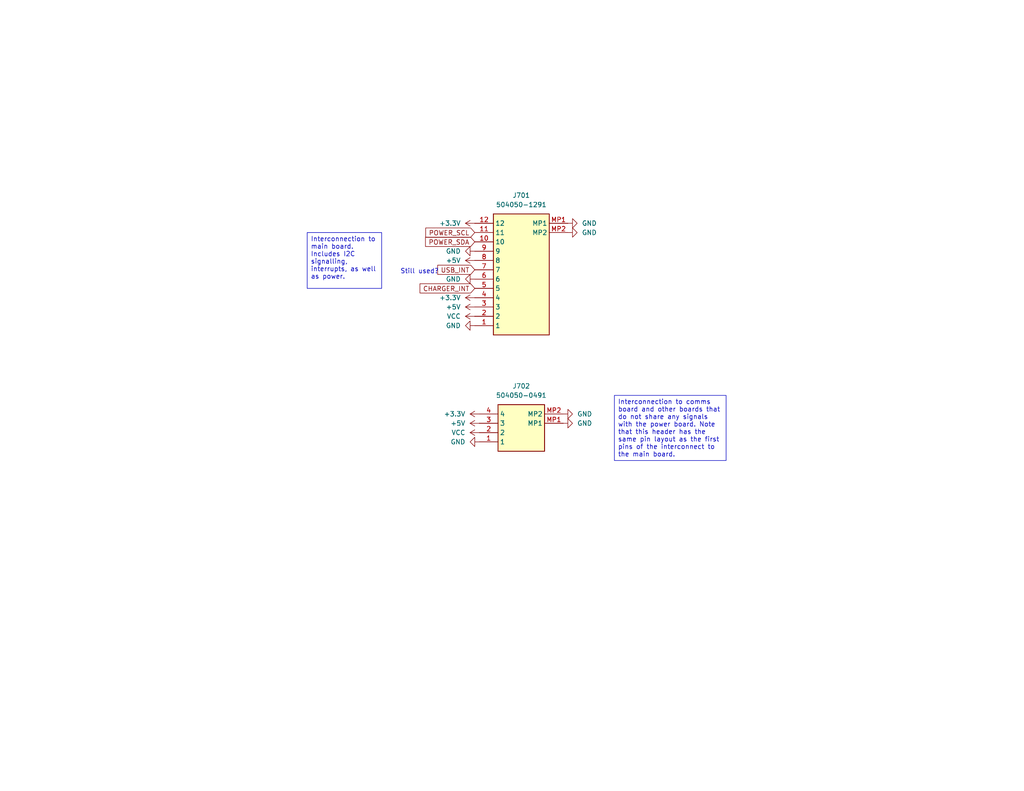
<source format=kicad_sch>
(kicad_sch (version 20230121) (generator eeschema)
  (paper "USLetter")
  (lib_symbols
    (symbol "Molex 504050-0491:504050-0491"
      (property "Reference" "J" (at 19.05 7.62 0))
      (property "Value" "504050-0491" (at 19.05 5.08 0))
      (symbol "504050-0491_1_1"
        (rectangle (start 5.08 2.54) (end 17.78 -10.16) (stroke (width 0.254)) (fill (type background)))
        (pin passive line (at 0 -7.62 0) (length 5.08) (name "1") (number "1"))
        (pin passive line (at 0 -5.08 0) (length 5.08) (name "2") (number "2"))
        (pin passive line (at 0 -2.54 0) (length 5.08) (name "3") (number "3"))
        (pin passive line (at 0 0 0) (length 5.08) (name "4") (number "4"))
        (pin passive line (at 22.86 -2.54 180) (length 5.08) (name "MP1") (number "MP1"))
        (pin passive line (at 22.86 0 180) (length 5.08) (name "MP2") (number "MP2"))
      )
    )
    (symbol "Molex 504050-1291:504050-1291"
      (property "Reference" "J" (at 21.59 7.62 0))
      (property "Value" "504050-1291" (at 21.59 5.08 0))
      (symbol "504050-1291_1_1"
        (rectangle (start 5.08 2.54) (end 20.32 -30.48) (stroke (width 0.254)) (fill (type background)))
        (pin passive line (at 0 -27.94 0) (length 5.08) (name "1") (number "1"))
        (pin passive line (at 0 -5.08 0) (length 5.08) (name "10") (number "10"))
        (pin passive line (at 0 -2.54 0) (length 5.08) (name "11") (number "11"))
        (pin passive line (at 0 0 0) (length 5.08) (name "12") (number "12"))
        (pin passive line (at 0 -25.4 0) (length 5.08) (name "2") (number "2"))
        (pin passive line (at 0 -22.86 0) (length 5.08) (name "3") (number "3"))
        (pin passive line (at 0 -20.32 0) (length 5.08) (name "4") (number "4"))
        (pin passive line (at 0 -17.78 0) (length 5.08) (name "5") (number "5"))
        (pin passive line (at 0 -15.24 0) (length 5.08) (name "6") (number "6"))
        (pin passive line (at 0 -12.7 0) (length 5.08) (name "7") (number "7"))
        (pin passive line (at 0 -10.16 0) (length 5.08) (name "8") (number "8"))
        (pin passive line (at 0 -7.62 0) (length 5.08) (name "9") (number "9"))
        (pin passive line (at 25.4 0 180) (length 5.08) (name "MP1") (number "MP1"))
        (pin passive line (at 25.4 -2.54 180) (length 5.08) (name "MP2") (number "MP2"))
      )
    )
    (symbol "power:+3.3V" (power) (pin_names (offset 0))
      (property "Value" "+3.3V" (at 0 3.556 0))
      (symbol "+3.3V_0_1"
        (polyline (pts (xy -0.762 1.27) (xy 0 2.54)))
        (polyline (pts (xy 0 0) (xy 0 2.54)))
        (polyline (pts (xy 0 2.54) (xy 0.762 1.27)))
      )
      (symbol "+3.3V_1_1"
        (pin power_in line (at 0 0 90) (length 0) hide (name "+3.3V") (number "1"))
      )
    )
    (symbol "power:+5V" (power) (pin_names (offset 0))
      (property "Value" "+5V" (at 0 3.556 0))
      (symbol "+5V_0_1"
        (polyline (pts (xy -0.762 1.27) (xy 0 2.54)))
        (polyline (pts (xy 0 0) (xy 0 2.54)))
        (polyline (pts (xy 0 2.54) (xy 0.762 1.27)))
      )
      (symbol "+5V_1_1"
        (pin power_in line (at 0 0 90) (length 0) hide (name "+5V") (number "1"))
      )
    )
    (symbol "power:GND" (power) (pin_names (offset 0))
      (property "Value" "GND" (at 0 -3.81 0))
      (symbol "GND_0_1"
        (polyline (pts (xy 0 0) (xy 0 -1.27) (xy 1.27 -1.27) (xy 0 -2.54) (xy -1.27 -1.27) (xy 0 -1.27)))
      )
      (symbol "GND_1_1"
        (pin power_in line (at 0 0 270) (length 0) hide (name "GND") (number "1"))
      )
    )
    (symbol "power:VCC" (power) (pin_names (offset 0))
      (property "Value" "VCC" (at 0 3.81 0))
      (symbol "VCC_0_1"
        (polyline (pts (xy -0.762 1.27) (xy 0 2.54)))
        (polyline (pts (xy 0 0) (xy 0 2.54)))
        (polyline (pts (xy 0 2.54) (xy 0.762 1.27)))
      )
      (symbol "VCC_1_1"
        (pin power_in line (at 0 0 90) (length 0) hide (name "VCC") (number "1"))
      )
    )
  )
  (text_box "Interconnection to main board. Includes I2C signalling, interrupts, as well as power." (at 83.82 63.5 0) (size 20.32 15.24) (effects (font (size 1.27 1.27)) (justify left top)))
  (text_box "Interconnection to comms board and other boards that do not share any signals with the power board. Note that this header has the same pin layout as the first pins of the interconnect to the main board." (at 167.64 107.95 0) (size 30.48 17.78) (effects (font (size 1.27 1.27)) (justify left top)))
  (text "Still used?\n" (at 109.22 74.93 0) (effects (font (size 1.27 1.27)) (justify left bottom)))
  (global_label "USB_INT" (shape input) (at 129.54 73.66 180) (property "Intersheetrefs" "${INTERSHEET_REFS}" (effects hide)))
  (global_label "POWER_SDA" (shape input) (at 129.54 66.04 180) (property "Intersheetrefs" "${INTERSHEET_REFS}" (effects hide)))
  (global_label "POWER_SCL" (shape input) (at 129.54 63.5 180) (property "Intersheetrefs" "${INTERSHEET_REFS}" (effects hide)))
  (global_label "CHARGER_INT" (shape input) (at 129.54 78.74 180) (property "Intersheetrefs" "${INTERSHEET_REFS}" (effects hide)))
  (symbol (lib_id "Molex 504050-1291:504050-1291") (at 129.54 60.96 0) (unit 1)
    (property "Reference" "J701" (at 142.24 53.34 0))
    (property "Value" "504050-1291" (at 142.24 55.88 0))
    (property "Footprint" "footprints:5040501291" (effects hide))
    (property "Height" "2.15" (effects hide))
    (property "Manufacturer_Name" "Molex" (effects hide))
    (property "Manufacturer_Part_Number" "504050-1291" (effects hide))
    (property "Mouser Part Number" "538-504050-1291" (effects hide))
    (property "Mouser Price/Stock" "https://www.mouser.co.uk/ProductDetail/Molex/504050-1291?qs=IvkZ4pJZlB2rki3iIhyJgg%3D%3D" (effects hide))
    (property "MPN" "C563982" (effects hide))
    (property "Manufacturer" "MOLEX" (effects hide))
    (property "Manufacturer Part Number" "504050-1291" (effects hide))
    (property "Active" "Y" (effects hide))
  )
  (symbol (lib_id "power:GND") (at 154.94 60.96 90) (unit 1)
    (property "Reference" "#PWR0715" (effects hide))
    (property "Value" "GND" (at 158.75 60.96 90) (effects (justify right)))
  )
  (symbol (lib_id "power:GND") (at 154.94 63.5 90) (unit 1)
    (property "Reference" "#PWR0716" (effects hide))
    (property "Value" "GND" (at 158.75 63.5 90) (effects (justify right)))
  )
  (symbol (lib_id "power:GND") (at 129.54 68.58 270) (unit 1)
    (property "Reference" "#PWR0702" (effects hide))
    (property "Value" "GND" (at 125.73 68.58 90) (effects (justify right)))
  )
  (symbol (lib_id "power:+5V") (at 129.54 83.82 90) (unit 1)
    (property "Reference" "#PWR0706" (effects hide))
    (property "Value" "+5V" (at 125.73 83.82 90) (effects (justify left)))
  )
  (symbol (lib_id "power:VCC") (at 130.81 118.11 90) (unit 1)
    (property "Reference" "#PWR0711" (effects hide))
    (property "Value" "VCC" (at 127 118.11 90) (effects (justify left)))
  )
  (symbol (lib_id "power:GND") (at 153.67 113.03 90) (unit 1)
    (property "Reference" "#PWR0713" (effects hide))
    (property "Value" "GND" (at 157.48 113.03 90) (effects (justify right)))
  )
  (symbol (lib_id "power:VCC") (at 129.54 86.36 90) (unit 1)
    (property "Reference" "#PWR0707" (effects hide))
    (property "Value" "VCC" (at 125.73 86.36 90) (effects (justify left)))
  )
  (symbol (lib_id "Molex 504050-0491:504050-0491") (at 130.81 113.03 0) (unit 1)
    (property "Reference" "J702" (at 142.24 105.41 0))
    (property "Value" "504050-0491" (at 142.24 107.95 0))
    (property "Footprint" "footprints:5040500491" (effects hide))
    (property "Datasheet" "http://www.molex.com/pdm_docs/sd/5040500491_sd.pdf" (effects hide))
    (property "Height" "2.15" (effects hide))
    (property "Manufacturer_Name" "Molex" (effects hide))
    (property "Manufacturer_Part_Number" "504050-0491" (effects hide))
    (property "Mouser Part Number" "538-504050-0491" (effects hide))
    (property "Mouser Price/Stock" "https://www.mouser.co.uk/ProductDetail/Molex/504050-0491?qs=yXHQdf%252Bjwlut3yyE1%252ByhMA%3D%3D" (effects hide))
    (property "Active" "Y" (effects hide))
    (property "MPN" "C177235" (effects hide))
    (property "Manufacturer" "MOLEX" (effects hide))
    (property "Manufacturer Part Number" "504050-0491" (effects hide))
  )
  (symbol (lib_id "power:GND") (at 129.54 76.2 270) (unit 1)
    (property "Reference" "#PWR0704" (effects hide))
    (property "Value" "GND" (at 125.73 76.2 90) (effects (justify right)))
  )
  (symbol (lib_id "power:GND") (at 129.54 88.9 270) (unit 1)
    (property "Reference" "#PWR0708" (effects hide))
    (property "Value" "GND" (at 125.73 88.9 90) (effects (justify right)))
  )
  (symbol (lib_id "power:GND") (at 153.67 115.57 90) (unit 1)
    (property "Reference" "#PWR0714" (effects hide))
    (property "Value" "GND" (at 157.48 115.57 90) (effects (justify right)))
  )
  (symbol (lib_id "power:+3.3V") (at 130.81 113.03 90) (unit 1)
    (property "Reference" "#PWR0709" (effects hide))
    (property "Value" "+3.3V" (at 127 113.03 90) (effects (justify left)))
  )
  (symbol (lib_id "power:+5V") (at 130.81 115.57 90) (unit 1)
    (property "Reference" "#PWR0710" (effects hide))
    (property "Value" "+5V" (at 127 115.57 90) (effects (justify left)))
  )
  (symbol (lib_id "power:+5V") (at 129.54 71.12 90) (unit 1)
    (property "Reference" "#PWR0703" (effects hide))
    (property "Value" "+5V" (at 125.73 71.12 90) (effects (justify left)))
  )
  (symbol (lib_id "power:GND") (at 130.81 120.65 270) (unit 1)
    (property "Reference" "#PWR0712" (effects hide))
    (property "Value" "GND" (at 127 120.65 90) (effects (justify right)))
  )
  (symbol (lib_id "power:+3.3V") (at 129.54 81.28 90) (unit 1)
    (property "Reference" "#PWR0705" (effects hide))
    (property "Value" "+3.3V" (at 125.73 81.28 90) (effects (justify left)))
  )
  (symbol (lib_id "power:+3.3V") (at 129.54 60.96 90) (unit 1)
    (property "Reference" "#PWR0701" (effects hide))
    (property "Value" "+3.3V" (at 125.73 60.96 90) (effects (justify left)))
  )
)
</source>
